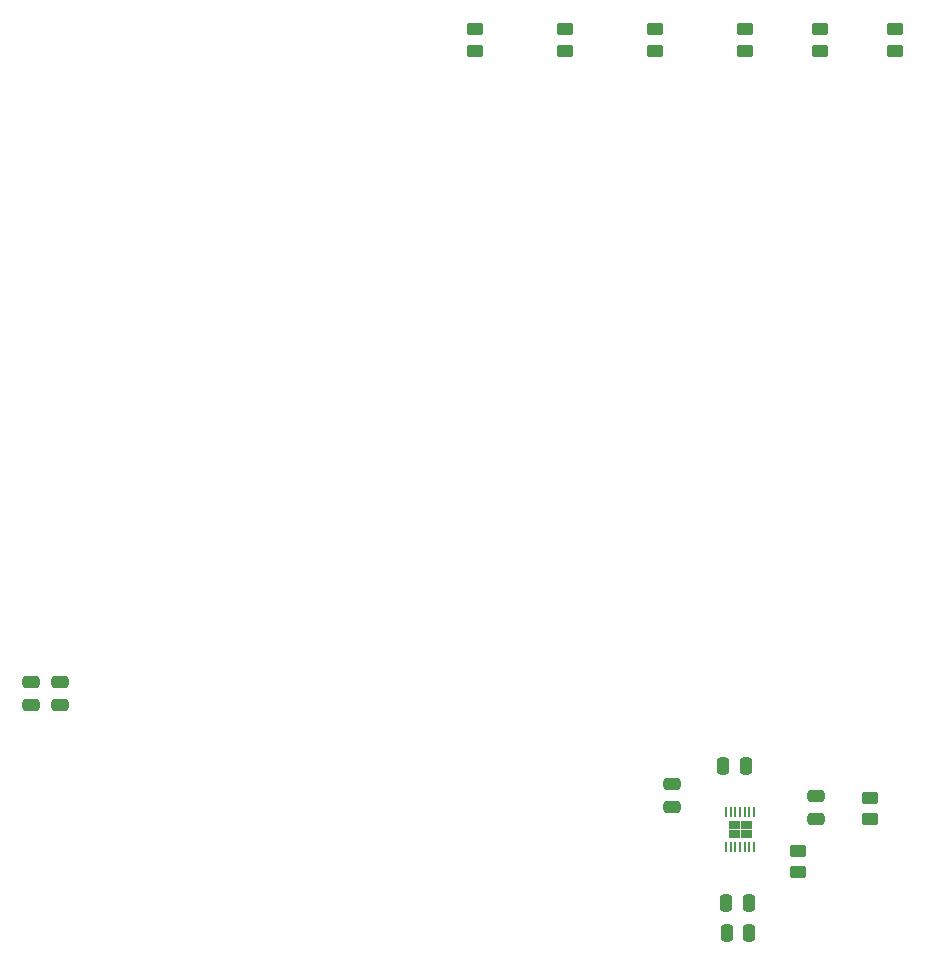
<source format=gtp>
%TF.GenerationSoftware,KiCad,Pcbnew,9.0.4*%
%TF.CreationDate,2025-11-20T23:01:34-05:00*%
%TF.ProjectId,Hand_System_Rev_1,48616e64-5f53-4797-9374-656d5f526576,rev?*%
%TF.SameCoordinates,Original*%
%TF.FileFunction,Paste,Top*%
%TF.FilePolarity,Positive*%
%FSLAX46Y46*%
G04 Gerber Fmt 4.6, Leading zero omitted, Abs format (unit mm)*
G04 Created by KiCad (PCBNEW 9.0.4) date 2025-11-20 23:01:34*
%MOMM*%
%LPD*%
G01*
G04 APERTURE LIST*
G04 Aperture macros list*
%AMRoundRect*
0 Rectangle with rounded corners*
0 $1 Rounding radius*
0 $2 $3 $4 $5 $6 $7 $8 $9 X,Y pos of 4 corners*
0 Add a 4 corners polygon primitive as box body*
4,1,4,$2,$3,$4,$5,$6,$7,$8,$9,$2,$3,0*
0 Add four circle primitives for the rounded corners*
1,1,$1+$1,$2,$3*
1,1,$1+$1,$4,$5*
1,1,$1+$1,$6,$7*
1,1,$1+$1,$8,$9*
0 Add four rect primitives between the rounded corners*
20,1,$1+$1,$2,$3,$4,$5,0*
20,1,$1+$1,$4,$5,$6,$7,0*
20,1,$1+$1,$6,$7,$8,$9,0*
20,1,$1+$1,$8,$9,$2,$3,0*%
G04 Aperture macros list end*
%ADD10C,0.010000*%
%ADD11RoundRect,0.250000X-0.450000X0.262500X-0.450000X-0.262500X0.450000X-0.262500X0.450000X0.262500X0*%
%ADD12RoundRect,0.250000X-0.475000X0.250000X-0.475000X-0.250000X0.475000X-0.250000X0.475000X0.250000X0*%
%ADD13RoundRect,0.250000X0.475000X-0.250000X0.475000X0.250000X-0.475000X0.250000X-0.475000X-0.250000X0*%
%ADD14RoundRect,0.027500X-0.082500X0.352500X-0.082500X-0.352500X0.082500X-0.352500X0.082500X0.352500X0*%
%ADD15RoundRect,0.250000X0.450000X-0.262500X0.450000X0.262500X-0.450000X0.262500X-0.450000X-0.262500X0*%
%ADD16RoundRect,0.250000X-0.250000X-0.475000X0.250000X-0.475000X0.250000X0.475000X-0.250000X0.475000X0*%
%ADD17RoundRect,0.250000X0.250000X0.475000X-0.250000X0.475000X-0.250000X-0.475000X0.250000X-0.475000X0*%
G04 APERTURE END LIST*
D10*
%TO.C,U5*%
X174128000Y-118165000D02*
X173258000Y-118165000D01*
X173258000Y-117595000D01*
X174128000Y-117595000D01*
X174128000Y-118165000D01*
G36*
X174128000Y-118165000D02*
G01*
X173258000Y-118165000D01*
X173258000Y-117595000D01*
X174128000Y-117595000D01*
X174128000Y-118165000D01*
G37*
X174128000Y-118925000D02*
X173258000Y-118925000D01*
X173258000Y-118355000D01*
X174128000Y-118355000D01*
X174128000Y-118925000D01*
G36*
X174128000Y-118925000D02*
G01*
X173258000Y-118925000D01*
X173258000Y-118355000D01*
X174128000Y-118355000D01*
X174128000Y-118925000D01*
G37*
X175188000Y-118165000D02*
X174318000Y-118165000D01*
X174318000Y-117595000D01*
X175188000Y-117595000D01*
X175188000Y-118165000D01*
G36*
X175188000Y-118165000D02*
G01*
X174318000Y-118165000D01*
X174318000Y-117595000D01*
X175188000Y-117595000D01*
X175188000Y-118165000D01*
G37*
X175188000Y-118925000D02*
X174318000Y-118925000D01*
X174318000Y-118355000D01*
X175188000Y-118355000D01*
X175188000Y-118925000D01*
G36*
X175188000Y-118925000D02*
G01*
X174318000Y-118925000D01*
X174318000Y-118355000D01*
X175188000Y-118355000D01*
X175188000Y-118925000D01*
G37*
%TD*%
D11*
%TO.C,R3*%
X159385000Y-52347500D03*
X159385000Y-50522500D03*
%TD*%
%TO.C,R8*%
X187325000Y-50522500D03*
X187325000Y-52347500D03*
%TD*%
%TO.C,R7*%
X180975000Y-50522500D03*
X180975000Y-52347500D03*
%TD*%
%TO.C,R6*%
X167005000Y-50522500D03*
X167005000Y-52347500D03*
%TD*%
%TO.C,R5*%
X174625000Y-50522500D03*
X174625000Y-52347500D03*
%TD*%
%TO.C,R4*%
X151765000Y-50522500D03*
X151765000Y-52347500D03*
%TD*%
D12*
%TO.C,C7*%
X168482000Y-114448000D03*
X168482000Y-116348000D03*
%TD*%
D13*
%TO.C,C5*%
X180674000Y-117364000D03*
X180674000Y-115464000D03*
%TD*%
D14*
%TO.C,U5*%
X175423000Y-116775000D03*
X175023000Y-116775000D03*
X174623000Y-116775000D03*
X174223000Y-116775000D03*
X173823000Y-116775000D03*
X173423000Y-116775000D03*
X173023000Y-116775000D03*
X173023000Y-119745000D03*
X173423000Y-119745000D03*
X173823000Y-119745000D03*
X174223000Y-119745000D03*
X174623000Y-119745000D03*
X175023000Y-119745000D03*
X175423000Y-119745000D03*
%TD*%
D15*
%TO.C,R2*%
X185246000Y-117430000D03*
X185246000Y-115605000D03*
%TD*%
%TO.C,R1*%
X179150000Y-121898500D03*
X179150000Y-120073500D03*
%TD*%
D16*
%TO.C,C4*%
X173054000Y-124542000D03*
X174954000Y-124542000D03*
%TD*%
D13*
%TO.C,C2*%
X116666000Y-107712000D03*
X116666000Y-105812000D03*
%TD*%
D16*
%TO.C,C6*%
X172800000Y-112900000D03*
X174700000Y-112900000D03*
%TD*%
D17*
%TO.C,C3*%
X175020000Y-127082000D03*
X173120000Y-127082000D03*
%TD*%
D13*
%TO.C,C1*%
X114158000Y-107712000D03*
X114158000Y-105812000D03*
%TD*%
M02*

</source>
